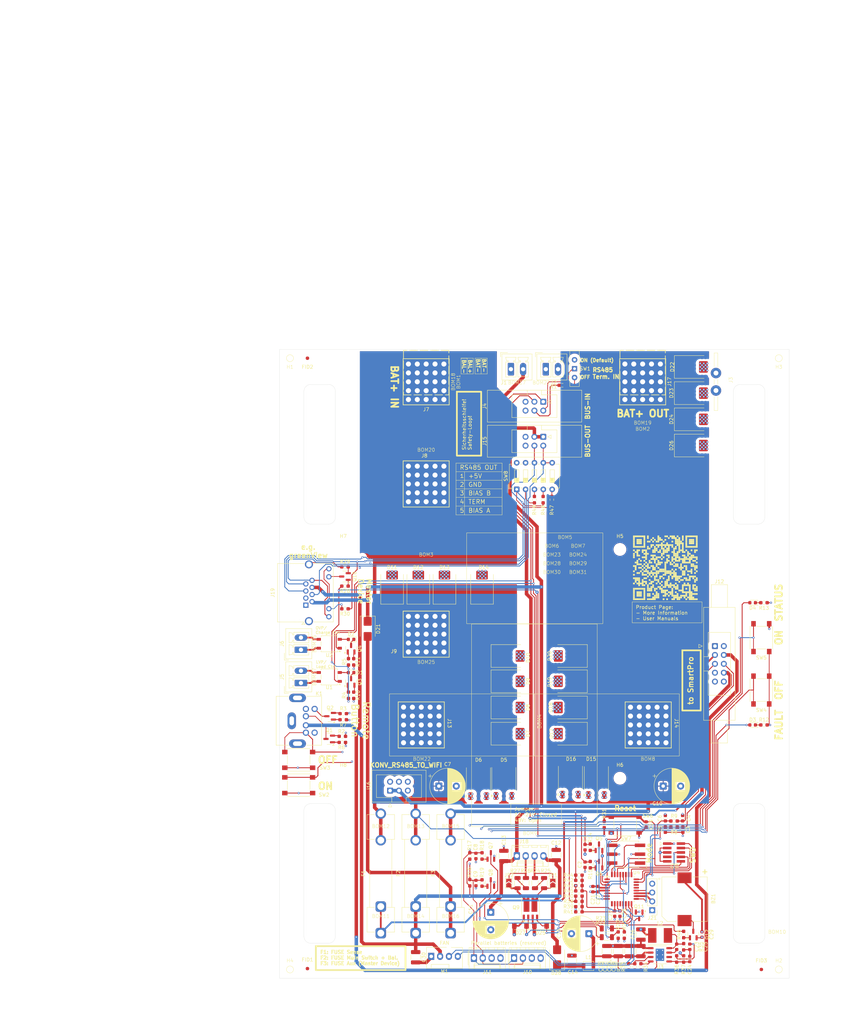
<source format=kicad_pcb>
(kicad_pcb
	(version 20241229)
	(generator "pcbnew")
	(generator_version "9.0")
	(general
		(thickness 1.627)
		(legacy_teardrops no)
	)
	(paper "A3" portrait)
	(layers
		(0 "F.Cu" signal)
		(4 "In1.Cu" signal)
		(6 "In2.Cu" signal)
		(8 "In3.Cu" signal)
		(10 "In4.Cu" signal)
		(2 "B.Cu" signal)
		(9 "F.Adhes" user "F.Adhesive")
		(11 "B.Adhes" user "B.Adhesive")
		(13 "F.Paste" user)
		(15 "B.Paste" user)
		(5 "F.SilkS" user "F.Silkscreen")
		(7 "B.SilkS" user "B.Silkscreen")
		(1 "F.Mask" user)
		(3 "B.Mask" user)
		(17 "Dwgs.User" user "User.Drawings")
		(19 "Cmts.User" user "User.Comments")
		(21 "Eco1.User" user "User.Eco1")
		(23 "Eco2.User" user "User.Eco2")
		(25 "Edge.Cuts" user)
		(27 "Margin" user)
		(31 "F.CrtYd" user "F.Courtyard")
		(29 "B.CrtYd" user "B.Courtyard")
		(35 "F.Fab" user)
		(33 "B.Fab" user)
		(39 "User.1" user)
		(41 "User.2" user)
		(43 "User.3" user)
		(45 "User.4" user)
		(47 "User.5" user)
		(49 "User.6" user)
		(51 "User.7" user)
		(53 "User.8" user)
		(55 "User.9" user)
	)
	(setup
		(stackup
			(layer "F.SilkS"
				(type "Top Silk Screen")
			)
			(layer "F.Paste"
				(type "Top Solder Paste")
			)
			(layer "F.Mask"
				(type "Top Solder Mask")
				(thickness 0.01)
			)
			(layer "F.Cu"
				(type "copper")
				(thickness 0.07)
			)
			(layer "dielectric 1"
				(type "prepreg")
				(thickness 0.1)
				(material "FR4")
				(epsilon_r 4.5)
				(loss_tangent 0.02)
			)
			(layer "In1.Cu"
				(type "copper")
				(thickness 0.07)
			)
			(layer "dielectric 2"
				(type "core")
				(thickness 0.4785)
				(material "FR4")
				(epsilon_r 4.5)
				(loss_tangent 0.02)
			)
			(layer "In2.Cu"
				(type "copper")
				(thickness 0.07)
			)
			(layer "dielectric 3"
				(type "prepreg")
				(thickness 0.1)
				(material "FR4")
				(epsilon_r 4.5)
				(loss_tangent 0.02)
			)
			(layer "In3.Cu"
				(type "copper")
				(thickness 0.035)
			)
			(layer "dielectric 4"
				(type "core")
				(thickness 0.4785)
				(material "FR4")
				(epsilon_r 4.5)
				(loss_tangent 0.02)
			)
			(layer "In4.Cu"
				(type "copper")
				(thickness 0.035)
			)
			(layer "dielectric 5"
				(type "prepreg")
				(thickness 0.1)
				(material "FR4")
				(epsilon_r 4.5)
				(loss_tangent 0.02)
			)
			(layer "B.Cu"
				(type "copper")
				(thickness 0.07)
			)
			(layer "B.Mask"
				(type "Bottom Solder Mask")
				(thickness 0.01)
			)
			(layer "B.Paste"
				(type "Bottom Solder Paste")
			)
			(layer "B.SilkS"
				(type "Bottom Silk Screen")
			)
			(copper_finish "None")
			(dielectric_constraints no)
		)
		(pad_to_mask_clearance 0)
		(allow_soldermask_bridges_in_footprints no)
		(tenting front back)
		(aux_axis_origin 100 120)
		(grid_origin 173 120)
		(pcbplotparams
			(layerselection 0x00000000_00000000_55555555_5755f5ff)
			(plot_on_all_layers_selection 0x00000000_00000000_00000000_00000000)
			(disableapertmacros no)
			(usegerberextensions no)
			(usegerberattributes yes)
			(usegerberadvancedattributes yes)
			(creategerberjobfile yes)
			(dashed_line_dash_ratio 12.000000)
			(dashed_line_gap_ratio 3.000000)
			(svgprecision 4)
			(plotframeref no)
			(mode 1)
			(useauxorigin no)
			(hpglpennumber 1)
			(hpglpenspeed 20)
			(hpglpendiameter 15.000000)
			(pdf_front_fp_property_popups yes)
			(pdf_back_fp_property_popups yes)
			(pdf_metadata yes)
			(pdf_single_document no)
			(dxfpolygonmode yes)
			(dxfimperialunits yes)
			(dxfusepcbnewfont yes)
			(psnegative no)
			(psa4output no)
			(plot_black_and_white yes)
			(sketchpadsonfab no)
			(plotpadnumbers no)
			(hidednponfab no)
			(sketchdnponfab yes)
			(crossoutdnponfab yes)
			(subtractmaskfromsilk no)
			(outputformat 1)
			(mirror no)
			(drillshape 1)
			(scaleselection 1)
			(outputdirectory "")
		)
	)
	(net 0 "")
	(net 1 "GND")
	(net 2 "VCC")
	(net 3 "Net-(Q3-B)")
	(net 4 "/RESET")
	(net 5 "/SET")
	(net 6 "/Ub_FUSED")
	(net 7 "Net-(D3-K)")
	(net 8 "/BMS_OK")
	(net 9 "Net-(Q4-B)")
	(net 10 "/B")
	(net 11 "/A")
	(net 12 "/BTN_ON")
	(net 13 "/BTN_OFF")
	(net 14 "/control/SWCLK")
	(net 15 "Net-(Q5-B)")
	(net 16 "/control/SWDIO")
	(net 17 "Net-(Q1-B)")
	(net 18 "/LVP")
	(net 19 "/OVP")
	(net 20 "Net-(Q2-B)")
	(net 21 "Net-(Q6-B)")
	(net 22 "/LED_ERROR")
	(net 23 "/LED_ON")
	(net 24 "/BMS_OK_PROTECTED")
	(net 25 "/control/R2")
	(net 26 "/control/R1")
	(net 27 "/control/BTN_OFF")
	(net 28 "/control/BTN_ON")
	(net 29 "Net-(BZ1--)")
	(net 30 "/~{OC_FAULT}")
	(net 31 "/LVP_IN")
	(net 32 "/OVP_IN")
	(net 33 "Net-(D4-K)")
	(net 34 "/control/RELAIS_RESET")
	(net 35 "/control/RELAIS_SET")
	(net 36 "Net-(J20-~{RESET})")
	(net 37 "Net-(J12-Pin_3)")
	(net 38 "/BAT+_IN")
	(net 39 "/BAT+_SI")
	(net 40 "/BAT+_OUT")
	(net 41 "/B_OUT")
	(net 42 "/A_OUT")
	(net 43 "/GND_OUT")
	(net 44 "/+5V_OUT")
	(net 45 "/~{OC_FAULT_PROTECTED}")
	(net 46 "/VCC_FROM_SmartPro")
	(net 47 "Net-(Q1-C)")
	(net 48 "Net-(D28-K)")
	(net 49 "Net-(Q1-E)")
	(net 50 "Net-(Q4-E)")
	(net 51 "Net-(U3-VIN)")
	(net 52 "unconnected-(J4-Pin_5-Pad5)")
	(net 53 "Net-(U3-BST)")
	(net 54 "Net-(U3-SW)")
	(net 55 "Net-(C24-Pad1)")
	(net 56 "Net-(U3-FB)")
	(net 57 "Net-(D1-K)")
	(net 58 "Net-(Q12-B)")
	(net 59 "Net-(D1-A)")
	(net 60 "Net-(D2-K)")
	(net 61 "Net-(D2-A)")
	(net 62 "Net-(D21-K)")
	(net 63 "Net-(D21-A)")
	(net 64 "/control/ADC1_IN3_U_IN")
	(net 65 "/control/ADC1_IN4_U_OUT")
	(net 66 "/control/USART1_TX")
	(net 67 "/control/USART1_RX")
	(net 68 "/control/FAN_TACHO")
	(net 69 "Net-(M1-PWM)")
	(net 70 "unconnected-(J4-Pin_6-Pad6)")
	(net 71 "/control/FAN_PWM")
	(net 72 "/control/buzzer")
	(net 73 "Net-(J6-Pin_1)")
	(net 74 "Net-(J6-Pin_2)")
	(net 75 "Net-(J5-Pin_1)")
	(net 76 "Net-(J5-Pin_2)")
	(net 77 "unconnected-(J11-Pin_4-Pad4)")
	(net 78 "unconnected-(J11-Pin_3-Pad3)")
	(net 79 "unconnected-(J10-Pin_4-Pad4)")
	(net 80 "unconnected-(J10-Pin_3-Pad3)")
	(net 81 "5V3_FROM_SmartPro")
	(net 82 "Net-(J18-Pin_2)")
	(net 83 "Net-(J18-Pin_3)")
	(net 84 "Net-(J19-Pad10)")
	(net 85 "Net-(Q10-C)")
	(net 86 "unconnected-(J20-KEY-Pad7)")
	(net 87 "Net-(JP1-A)")
	(net 88 "Net-(JP2-A)")
	(net 89 "Net-(Q2-C)")
	(net 90 "Net-(Q2-E)")
	(net 91 "Net-(Q3-E)")
	(net 92 "Net-(Q7-B)")
	(net 93 "Net-(Q8-B)")
	(net 94 "Net-(Q10-E)")
	(net 95 "Net-(Q10-B)")
	(net 96 "Net-(SW1-A)")
	(net 97 "Net-(R24-Pad2)")
	(net 98 "Net-(R26-Pad2)")
	(net 99 "Net-(U3-EN{slash}UVLO)")
	(net 100 "Net-(U3-RON)")
	(net 101 "unconnected-(SW1-C-Pad2)")
	(net 102 "Net-(U4-PB7)")
	(net 103 "Net-(U4-PB8)")
	(net 104 "Net-(U4-PB9)")
	(net 105 "Net-(U4-PB6)")
	(net 106 "unconnected-(U3-PGOOD-Pad6)")
	(net 107 "unconnected-(U4-PA5-Pad12)")
	(net 108 "unconnected-(U4-PA2-Pad9)")
	(net 109 "unconnected-(U4-PA11-Pad22)")
	(net 110 "unconnected-(U4-PA10-Pad21)")
	(net 111 "Net-(R47-Pad2)")
	(net 112 "Net-(R48-Pad2)")
	(net 113 "Net-(R49-Pad2)")
	(footprint "Package_SO:SO-4_4.4x4.3mm_P2.54mm" (layer "F.Cu") (at 114.25 213.75 180))
	(footprint "myBOM:BOM_PART_2x2mm" (layer "F.Cu") (at 204 129.25))
	(footprint "Capacitor_SMD:C_0603_1608Metric" (layer "F.Cu") (at 187.5 267.5 90))
	(footprint "myConnector:IDC-Header_2x03_P2.54mm_Vertical_latch" (layer "F.Cu") (at 175.54 145 -90))
	(footprint "Resistor_SMD:R_0603_1608Metric_Pad0.98x0.95mm_HandSolder" (layer "F.Cu") (at 181 130.25))
	(footprint "Connector:FanPinHeader_1x04_P2.54mm_Vertical" (layer "F.Cu") (at 143.45 293.75))
	(footprint "Diode_SMD:D_SMC" (layer "F.Cu") (at 158 188 90))
	(footprint "Capacitor_SMD:C_0603_1608Metric" (layer "F.Cu") (at 187.5 262.5 90))
	(footprint "LED_SMD:LED_0603_1608Metric" (layer "F.Cu") (at 120.5 203 180))
	(footprint "myPackage_SO:HSOP-8-1EP_3.9x4.9mm_P1.27mm_EP2.41x3.1mm_ThermalVias_0.3mm" (layer "F.Cu") (at 208.955 293.3))
	(footprint "Capacitor_SMD:C_0603_1608Metric" (layer "F.Cu") (at 156.25 272.75 90))
	(footprint "Fiducial:Fiducial_1mm_Mask3mm" (layer "F.Cu") (at 108 297.25))
	(footprint "Package_TO_SOT_SMD:SOT-23" (layer "F.Cu") (at 120.5 205.675 90))
	(footprint "Resistor_SMD:R_1206_3216Metric" (layer "F.Cu") (at 170.57 272.775 -90))
	(footprint "myBOM:BOM_PART_2x2mm" (layer "F.Cu") (at 139 265))
	(footprint "myWürthSHFU:WP-SHFU_7461098_HAL_gewinkelt" (layer "F.Cu") (at 204 129.25))
	(footprint "Resistor_SMD:R_0603_1608Metric_Pad0.98x0.95mm_HandSolder" (layer "F.Cu") (at 185.75 273.5))
	(footprint "Resistor_SMD:R_0603_1608Metric_Pad0.98x0.95mm_HandSolder" (layer "F.Cu") (at 198.75 287.6625 -90))
	(footprint "Connector_Phoenix_MC:PhoenixContact_MCV_1,5_2-G-3.5_1x02_P3.50mm_Vertical" (layer "F.Cu") (at 166.2675 125.6425))
	(footprint "Connector_Phoenix_MC:PhoenixContact_MCV_1,5_2-G-3.5_1x02_P3.50mm_Vertical" (layer "F.Cu") (at 106.1425 205.9825 90))
	(footprint "Capacitor_SMD:C_1210_3225Metric" (layer "F.Cu") (at 179.25 264.75 90))
	(footprint "Resistor_SMD:R_1206_3216Metric" (layer "F.Cu") (at 193.75 288.25 180))
	(footprint "Resistor_SMD:R_0603_1608Metric_Pad0.98x0.95mm_HandSolder" (layer "F.Cu") (at 173 163 90))
	(footprint "Resistor_SMD:R_0603_1608Metric_Pad0.98x0.95mm_HandSolder" (layer "F.Cu") (at 238.75 192.5))
	(footprint "LED_SMD:LED_0603_1608Metric" (layer "F.Cu") (at 120.5 212.5 180))
	(footprint "Resistor_SMD:R_0603_1608Metric_Pad0.98x0.95mm_HandSolder" (layer "F.Cu") (at 118.75 182.25 180))
	(footprint "Resistor_SMD:R_0603_1608Metric_Pad0.98x0.95mm_HandSolder" (layer "F.Cu") (at 118.25 224.25))
	(footprint "Capacitor_SMD:C_1210_3225Metric" (layer "F.Cu") (at 139 294 -90))
	(footprint "myBOM:BOM_PART_2x2mm" (layer "F.Cu") (at 242.5 288.25))
	(footprint "Resistor_SMD:R_0603_1608Metric_Pad0.98x0.95mm_HandSolder" (layer "F.Cu") (at 175.5 163 90))
	(footprint "Resistor_SMD:R_0603_1608Metric_Pad0.98x0.95mm_HandSolder" (layer "F.Cu") (at 200 296.75 -90))
	(footprint "Resistor_SMD:R_1206_3216Metric"
		(layer "F.Cu")
		(uuid "25121424-856e-449e-b4e8-d5b59ad5d4eb")
		(at 175.77 272.775 -90)
		(descr "Resistor SMD 1206 (3216 Metric), square (rectangular) end terminal, IPC-7351 nominal, (Body size source: IPC-SM-782 page 72, https://www.pcb-3d.com/wordpress/wp-content/uploads/ipc-sm-782a_amendment_1_and_2.pdf), generated with kicad-footprint-generator")
		(tags "resistor")
		(property "Reference" "R25"
			(at -3.525 -0.48 0)
			(layer "F.SilkS")
			(uuid "3e8e9a9f-1d4e-4286-a91b-6f3b1ead1687")
			(effects
				(font
					(size 1 1)
					(thickness 0.15)
				)
			)
		)
		(property "Value" "10R"
			(at 0 1.82 90)
			(layer "F.Fab")
			(uuid "e4e15150-ec31-423a-9fb3-808893298f0e")
			(effects
				(font
					(size 1 1)
					(thickness 0.15)
				)
			)
		)
		(property "Datasheet" "~"
			(at 0 0 270)
			(unlocked yes)
			(layer "F.Fab")
			(hide yes)
			(uuid "ede6b443-57ec-4fb8-a177-f3bc9ef31e02")
			(effects
				(font
					(size 1.27 1.27)
					(thickness 0.15)
				)
			)
		)
		(property "Description" "10R0 0,25W 1% 1206 SMD"
			(at 0 0 270)
			(unlocked yes)
			(layer "F.Fab")
			(hide yes)
			(uuid "2be2fb82-e03d-437f-b9f9-a3a601e02761")
			(effects
				(font
					(size 1.27 1.27)
					(thickness 0.15)
				)
			)
		)
		(property "ECS Art#" "R558"
			(at 0 0 270)
			(unlocked yes)
			(layer "F.Fab")
			(hide yes)
			(uuid "aa74e255-3960-4497-b331-312fb160ba75")
			(effects
				(font
					(size 1 1)
					(thickness 0.15)
				)
			)
		)
		(property "HAN" "RC3216F10R0CS"
			(at 0 0 270)
			(unlocked yes)
			(layer "F.Fab")
			(hide yes)
			(uuid "4e2503d0-3ba1-4423-95e7-e2c0a209c0b2")
			(effects
				(font
					(size 1 1)
					(thickness 0.15)
				)
			)
		)
		(property "Hersteller" "SAMSUNG"
			(at 0 0 270)
			(unlocked yes)
			(layer "F.Fab")
			(hide yes)
			(uuid "c6bac0f5-0a1e-4e80-8bb8-4897f3dcd060")
			(effects
				(font
					(size 1 1)
					(thickness 0.15)
				)
			)
		)
		(property ki_fp_filters "R_*")
		(path "/3e96ffbd-df63-45c2-8c36-01602aa3ef79")
		(sheetname "/")
		(sheetfile "powerPro.kicad_sch")
		(attr
... [2579514 chars truncated]
</source>
